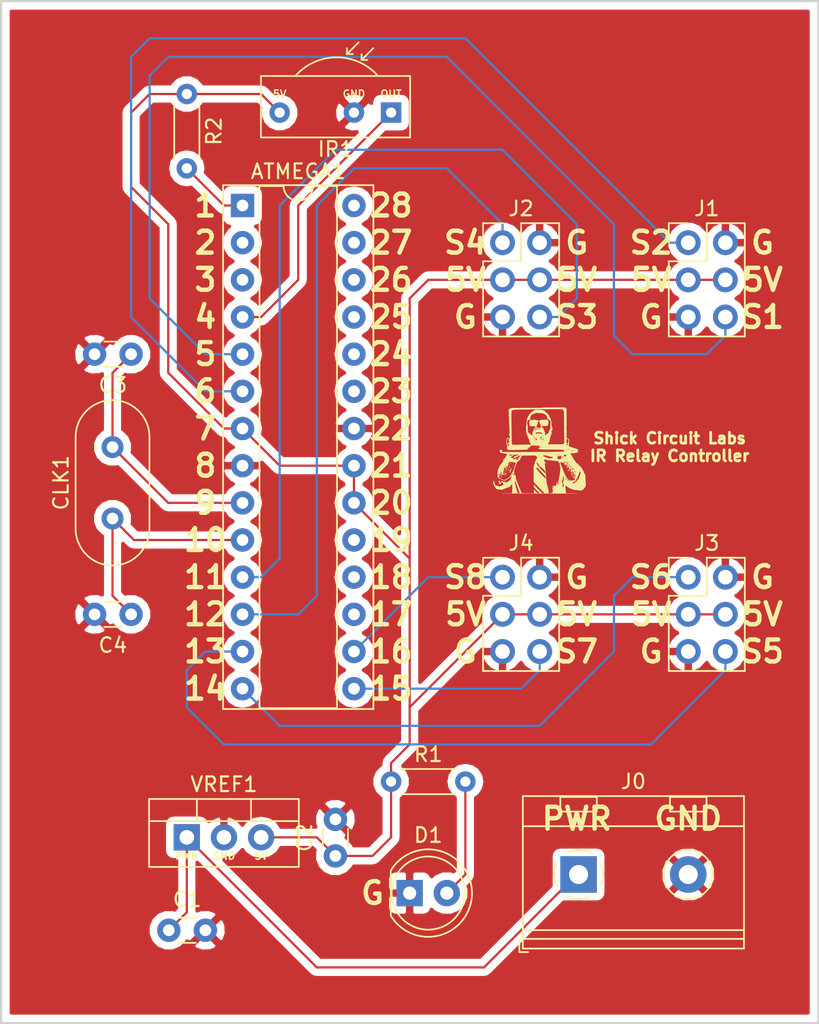
<source format=kicad_pcb>
(kicad_pcb (version 4) (host pcbnew 4.0.7)
  (layers (0 F.Cu signal) (31 B.Cu signal) (36 B.SilkS user hide) (37 F.SilkS user) (38 B.Mask user) (39 F.Mask user) (44 Edge.Cuts user))
  (net 0 "")
  (net 1 5V)
  (net 2 "Net-(ATMEGA1-Pad2)")
  (net 3 "Net-(ATMEGA1-Pad1)")
  (net 4 "Net-(ATMEGA1-Pad3)")
  (net 5 "Net-(ATMEGA1-Pad17)")
  (net 6 "Net-(ATMEGA1-Pad9)")
  (net 7 "Net-(ATMEGA1-Pad23)")
  (net 8 "Net-(ATMEGA1-Pad10)")
  (net 9 "Net-(ATMEGA1-Pad24)")
  (net 10 "Net-(ATMEGA1-Pad25)")
  (net 11 "Net-(ATMEGA1-Pad26)")
  (net 12 "Net-(ATMEGA1-Pad27)")
  (net 13 "Net-(ATMEGA1-Pad28)")
  (net 14 "Net-(D1-Pad2)")
  (net 15 S1)
  (net 16 S7)
  (net 17 S8)
  (net 18 S2)
  (net 19 G)
  (net 20 S3)
  (net 21 S4)
  (net 22 S5)
  (net 23 S6)
  (net 24 PWR)
  (net 25 "Net-(ATMEGA1-Pad4)")
  (net 26 "Net-(ATMEGA1-Pad18)")
  (net 27 "Net-(ATMEGA1-Pad19)")
  (module custom-pin-header:Pin_Header_Straight_2x03_Pitch2.54mm (layer F.Cu) (at 110.49 90.17)
    (fp_text reference J3 (at 1.27 -2.33) (layer F.SilkS))
    (fp_text value Conn_02x03_Row_Letter_First)
    (pad a1 thru_hole circle (at 0 0) (size 1.7 1.7) (drill 1) (layers *.Cu *.Mask) (net 23 S6))
    (pad b1 thru_hole oval (at 2.54 0) (size 1.7 1.7) (drill 1) (layers *.Cu *.Mask) (net 19 G))
    (pad a2 thru_hole oval (at 0 2.54) (size 1.7 1.7) (drill 1) (layers *.Cu *.Mask) (net 1 5V))
    (pad b2 thru_hole oval (at 2.54 2.54) (size 1.7 1.7) (drill 1) (layers *.Cu *.Mask) (net 1 5V))
    (pad a3 thru_hole oval (at 0 5.08) (size 1.7 1.7) (drill 1) (layers *.Cu *.Mask) (net 19 G))
    (pad b3 thru_hole oval (at 2.54 5.08) (size 1.7 1.7) (drill 1) (layers *.Cu *.Mask) (net 22 S5))
  )
  (module Opto-Devices:IRReceiver_Vishay_CAST-3pin (layer F.Cu) (at 90.17 58.42 180)
    (fp_text reference IR1 (at 3.8 -2.5 180) (layer F.SilkS))
    (fp_text value TSOP343xx)
    (pad 1 thru_hole rect (at 0 0 180) (size 1.4 1.4) (drill 0.7) (layers *.Cu *.Mask) (net 25 "Net-(ATMEGA1-Pad4)"))
    (pad 2 thru_hole circle (at 2.54 0 180) (size 1.4 1.4) (drill 0.7) (layers *.Cu *.Mask) (net 19 G))
    (pad 3 thru_hole circle (at 7.62 0 180) (size 1.4 1.4) (drill 0.7) (layers *.Cu *.Mask) (net 1 5V))
  )
  (module Capacitors_THT:C_Disc_D3.0mm_W1.6mm_P2.50mm (layer F.Cu) (at 74.97 114.3)
    (fp_text reference C1 (at 1.25 -2.11) (layer F.SilkS))
    (fp_text value 10u)
    (pad 1 thru_hole circle (at 0 0) (size 1.6 1.6) (drill 0.8) (layers *.Cu *.Mask) (net 24 PWR))
    (pad 2 thru_hole circle (at 2.5 0) (size 1.6 1.6) (drill 0.8) (layers *.Cu *.Mask) (net 19 G))
  )
  (module Capacitors_THT:C_Disc_D3.0mm_W1.6mm_P2.50mm (layer F.Cu) (at 86.36 109.22 90)
    (fp_text reference C2 (at 1.25 -2.11 90) (layer F.SilkS))
    (fp_text value 10u)
    (pad 1 thru_hole circle (at 0 0 90) (size 1.6 1.6) (drill 0.8) (layers *.Cu *.Mask) (net 1 5V))
    (pad 2 thru_hole circle (at 2.5 0 90) (size 1.6 1.6) (drill 0.8) (layers *.Cu *.Mask) (net 19 G))
  )
  (module Capacitors_THT:C_Disc_D3.0mm_W1.6mm_P2.50mm (layer F.Cu) (at 72.39 74.93 180)
    (fp_text reference C3 (at 1.25 -2.11 180) (layer F.SilkS))
    (fp_text value 22p)
    (pad 1 thru_hole circle (at 0 0 180) (size 1.6 1.6) (drill 0.8) (layers *.Cu *.Mask) (net 6 "Net-(ATMEGA1-Pad9)"))
    (pad 2 thru_hole circle (at 2.5 0 180) (size 1.6 1.6) (drill 0.8) (layers *.Cu *.Mask) (net 19 G))
  )
  (module Capacitors_THT:C_Disc_D3.0mm_W1.6mm_P2.50mm (layer F.Cu) (at 72.39 92.71 180)
    (fp_text reference C4 (at 1.25 -2.11 180) (layer F.SilkS))
    (fp_text value 22p)
    (pad 1 thru_hole circle (at 0 0 180) (size 1.6 1.6) (drill 0.8) (layers *.Cu *.Mask) (net 8 "Net-(ATMEGA1-Pad10)"))
    (pad 2 thru_hole circle (at 2.5 0 180) (size 1.6 1.6) (drill 0.8) (layers *.Cu *.Mask) (net 19 G))
  )
  (module Crystals:Crystal_HC49-U_Vertical (layer F.Cu) (at 71.12 86.16 90)
    (fp_text reference CLK1 (at 2.44 -3.525 90) (layer F.SilkS))
    (fp_text value 16Mhz)
    (pad 1 thru_hole circle (at 0 0 90) (size 1.5 1.5) (drill 0.8) (layers *.Cu *.Mask) (net 8 "Net-(ATMEGA1-Pad10)"))
    (pad 2 thru_hole circle (at 4.88 0 90) (size 1.5 1.5) (drill 0.8) (layers *.Cu *.Mask) (net 6 "Net-(ATMEGA1-Pad9)"))
  )
  (module LEDs:LED_D5.0mm (layer F.Cu) (at 91.44 111.76)
    (fp_text reference D1 (at 1.27 -3.96) (layer F.SilkS))
    (fp_text value LED)
    (pad 1 thru_hole rect (at 0 0) (size 1.8 1.8) (drill 0.9) (layers *.Cu *.Mask) (net 19 G))
    (pad 2 thru_hole circle (at 2.54 0) (size 1.8 1.8) (drill 0.9) (layers *.Cu *.Mask) (net 14 "Net-(D1-Pad2)"))
  )
  (module Resistors_THT:R_Axial_DIN0204_L3.6mm_D1.6mm_P5.08mm_Horizontal (layer F.Cu) (at 90.17 104.14)
    (fp_text reference R1 (at 2.54 -1.86) (layer F.SilkS))
    (fp_text value 220)
    (pad 1 thru_hole circle (at 0 0) (size 1.4 1.4) (drill 0.7) (layers *.Cu *.Mask) (net 1 5V))
    (pad 2 thru_hole oval (at 5.08 0) (size 1.4 1.4) (drill 0.7) (layers *.Cu *.Mask) (net 14 "Net-(D1-Pad2)"))
  )
  (module Resistors_THT:R_Axial_DIN0204_L3.6mm_D1.6mm_P5.08mm_Horizontal (layer F.Cu) (at 76.2 57.15 270)
    (fp_text reference R2 (at 2.54 -1.86 270) (layer F.SilkS))
    (fp_text value 10k)
    (pad 1 thru_hole circle (at 0 0 270) (size 1.4 1.4) (drill 0.7) (layers *.Cu *.Mask) (net 1 5V))
    (pad 2 thru_hole oval (at 5.08 0 270) (size 1.4 1.4) (drill 0.7) (layers *.Cu *.Mask) (net 3 "Net-(ATMEGA1-Pad1)"))
  )
  (module TO_SOT_Packages_THT:TO-220-3_Vertical (layer F.Cu) (at 76.2 107.95)
    (fp_text reference VREF1 (at 2.54 -3.62) (layer F.SilkS))
    (fp_text value L7805)
    (pad 1 thru_hole rect (at 0 0) (size 1.8 1.8) (drill 1) (layers *.Cu *.Mask) (net 24 PWR))
    (pad 2 thru_hole oval (at 2.54 0) (size 1.8 1.8) (drill 1) (layers *.Cu *.Mask) (net 19 G))
    (pad 3 thru_hole oval (at 5.08 0) (size 1.8 1.8) (drill 1) (layers *.Cu *.Mask) (net 1 5V))
  )
  (module TerminalBlock_RND:TerminalBlock_RND_205-00067_1x02_P7.50mm_Horizontal (layer F.Cu) (at 102.99 110.49)
    (fp_text reference J0 (at 3.75 -6.36) (layer F.SilkS))
    (fp_text value Screw_Terminal_01x02)
    (pad 1 thru_hole rect (at 0 0) (size 2.5 2.5) (drill 1.3) (layers *.Cu *.Mask) (net 24 PWR))
    (pad 2 thru_hole circle (at 7.5 0) (size 2.5 2.5) (drill 1.3) (layers *.Cu *.Mask) (net 19 G))
  )
  (module custom-pin-header:Pin_Header_Straight_2x03_Pitch2.54mm (layer F.Cu) (at 110.49 67.31)
    (fp_text reference J1 (at 1.27 -2.33) (layer F.SilkS))
    (fp_text value Conn_02x03_Row_Letter_First)
    (pad a1 thru_hole circle (at 0 0) (size 1.7 1.7) (drill 1) (layers *.Cu *.Mask) (net 18 S2))
    (pad b1 thru_hole oval (at 2.54 0) (size 1.7 1.7) (drill 1) (layers *.Cu *.Mask) (net 19 G))
    (pad a2 thru_hole oval (at 0 2.54) (size 1.7 1.7) (drill 1) (layers *.Cu *.Mask) (net 1 5V))
    (pad b2 thru_hole oval (at 2.54 2.54) (size 1.7 1.7) (drill 1) (layers *.Cu *.Mask) (net 1 5V))
    (pad a3 thru_hole oval (at 0 5.08) (size 1.7 1.7) (drill 1) (layers *.Cu *.Mask) (net 19 G))
    (pad b3 thru_hole oval (at 2.54 5.08) (size 1.7 1.7) (drill 1) (layers *.Cu *.Mask) (net 15 S1))
  )
  (module custom-pin-header:Pin_Header_Straight_2x03_Pitch2.54mm (layer F.Cu) (at 97.79 67.31)
    (fp_text reference J2 (at 1.27 -2.33) (layer F.SilkS))
    (fp_text value Conn_02x03_Row_Letter_First)
    (pad a1 thru_hole circle (at 0 0) (size 1.7 1.7) (drill 1) (layers *.Cu *.Mask) (net 21 S4))
    (pad b1 thru_hole oval (at 2.54 0) (size 1.7 1.7) (drill 1) (layers *.Cu *.Mask) (net 19 G))
    (pad a2 thru_hole oval (at 0 2.54) (size 1.7 1.7) (drill 1) (layers *.Cu *.Mask) (net 1 5V))
    (pad b2 thru_hole oval (at 2.54 2.54) (size 1.7 1.7) (drill 1) (layers *.Cu *.Mask) (net 1 5V))
    (pad a3 thru_hole oval (at 0 5.08) (size 1.7 1.7) (drill 1) (layers *.Cu *.Mask) (net 19 G))
    (pad b3 thru_hole oval (at 2.54 5.08) (size 1.7 1.7) (drill 1) (layers *.Cu *.Mask) (net 20 S3))
  )
  (module custom-pin-header:Pin_Header_Straight_2x03_Pitch2.54mm (layer F.Cu) (at 97.79 90.17)
    (fp_text reference J4 (at 1.27 -2.33) (layer F.SilkS))
    (fp_text value Conn_02x03_Row_Letter_First)
    (pad a1 thru_hole circle (at 0 0) (size 1.7 1.7) (drill 1) (layers *.Cu *.Mask) (net 17 S8))
    (pad b1 thru_hole oval (at 2.54 0) (size 1.7 1.7) (drill 1) (layers *.Cu *.Mask) (net 19 G))
    (pad a2 thru_hole oval (at 0 2.54) (size 1.7 1.7) (drill 1) (layers *.Cu *.Mask) (net 1 5V))
    (pad b2 thru_hole oval (at 2.54 2.54) (size 1.7 1.7) (drill 1) (layers *.Cu *.Mask) (net 1 5V))
    (pad a3 thru_hole oval (at 0 5.08) (size 1.7 1.7) (drill 1) (layers *.Cu *.Mask) (net 19 G))
    (pad b3 thru_hole oval (at 2.54 5.08) (size 1.7 1.7) (drill 1) (layers *.Cu *.Mask) (net 16 S7))
  )
  (module pictures:faceneg (layer F.Cu) (at 100.33 81.28)
    (fp_text reference G*** hide)
    (fp_text value LOGO hide)
  )
  (module Housings_DIP:DIP-28_W7.62mm_Socket (layer F.Cu) (at 80.01 64.77)
    (fp_text reference ATMEGA1 (at 3.81 -2.33) (layer F.SilkS))
    (fp_text value ATMEGA328P-PU)
    (pad 1 thru_hole rect (at 0 0) (size 1.6 1.6) (drill 0.8) (layers *.Cu *.Mask) (net 3 "Net-(ATMEGA1-Pad1)"))
    (pad 15 thru_hole oval (at 7.62 33.02) (size 1.6 1.6) (drill 0.8) (layers *.Cu *.Mask) (net 16 S7))
    (pad 2 thru_hole oval (at 0 2.54) (size 1.6 1.6) (drill 0.8) (layers *.Cu *.Mask) (net 2 "Net-(ATMEGA1-Pad2)"))
    (pad 16 thru_hole oval (at 7.62 30.48) (size 1.6 1.6) (drill 0.8) (layers *.Cu *.Mask) (net 17 S8))
    (pad 3 thru_hole oval (at 0 5.08) (size 1.6 1.6) (drill 0.8) (layers *.Cu *.Mask) (net 4 "Net-(ATMEGA1-Pad3)"))
    (pad 17 thru_hole oval (at 7.62 27.94) (size 1.6 1.6) (drill 0.8) (layers *.Cu *.Mask) (net 5 "Net-(ATMEGA1-Pad17)"))
    (pad 4 thru_hole oval (at 0 7.62) (size 1.6 1.6) (drill 0.8) (layers *.Cu *.Mask) (net 25 "Net-(ATMEGA1-Pad4)"))
    (pad 18 thru_hole oval (at 7.62 25.4) (size 1.6 1.6) (drill 0.8) (layers *.Cu *.Mask) (net 26 "Net-(ATMEGA1-Pad18)"))
    (pad 5 thru_hole oval (at 0 10.16) (size 1.6 1.6) (drill 0.8) (layers *.Cu *.Mask) (net 15 S1))
    (pad 19 thru_hole oval (at 7.62 22.86) (size 1.6 1.6) (drill 0.8) (layers *.Cu *.Mask) (net 27 "Net-(ATMEGA1-Pad19)"))
    (pad 6 thru_hole oval (at 0 12.7) (size 1.6 1.6) (drill 0.8) (layers *.Cu *.Mask) (net 18 S2))
    (pad 20 thru_hole oval (at 7.62 20.32) (size 1.6 1.6) (drill 0.8) (layers *.Cu *.Mask) (net 1 5V))
    (pad 7 thru_hole oval (at 0 15.24) (size 1.6 1.6) (drill 0.8) (layers *.Cu *.Mask) (net 1 5V))
    (pad 21 thru_hole oval (at 7.62 17.78) (size 1.6 1.6) (drill 0.8) (layers *.Cu *.Mask) (net 1 5V))
    (pad 8 thru_hole oval (at 0 17.78) (size 1.6 1.6) (drill 0.8) (layers *.Cu *.Mask) (net 19 G))
    (pad 22 thru_hole oval (at 7.62 15.24) (size 1.6 1.6) (drill 0.8) (layers *.Cu *.Mask) (net 19 G))
    (pad 9 thru_hole oval (at 0 20.32) (size 1.6 1.6) (drill 0.8) (layers *.Cu *.Mask) (net 6 "Net-(ATMEGA1-Pad9)"))
    (pad 23 thru_hole oval (at 7.62 12.7) (size 1.6 1.6) (drill 0.8) (layers *.Cu *.Mask) (net 7 "Net-(ATMEGA1-Pad23)"))
    (pad 10 thru_hole oval (at 0 22.86) (size 1.6 1.6) (drill 0.8) (layers *.Cu *.Mask) (net 8 "Net-(ATMEGA1-Pad10)"))
    (pad 24 thru_hole oval (at 7.62 10.16) (size 1.6 1.6) (drill 0.8) (layers *.Cu *.Mask) (net 9 "Net-(ATMEGA1-Pad24)"))
    (pad 11 thru_hole oval (at 0 25.4) (size 1.6 1.6) (drill 0.8) (layers *.Cu *.Mask) (net 20 S3))
    (pad 25 thru_hole oval (at 7.62 7.62) (size 1.6 1.6) (drill 0.8) (layers *.Cu *.Mask) (net 10 "Net-(ATMEGA1-Pad25)"))
    (pad 12 thru_hole oval (at 0 27.94) (size 1.6 1.6) (drill 0.8) (layers *.Cu *.Mask) (net 21 S4))
    (pad 26 thru_hole oval (at 7.62 5.08) (size 1.6 1.6) (drill 0.8) (layers *.Cu *.Mask) (net 11 "Net-(ATMEGA1-Pad26)"))
    (pad 13 thru_hole oval (at 0 30.48) (size 1.6 1.6) (drill 0.8) (layers *.Cu *.Mask) (net 22 S5))
    (pad 27 thru_hole oval (at 7.62 2.54) (size 1.6 1.6) (drill 0.8) (layers *.Cu *.Mask) (net 12 "Net-(ATMEGA1-Pad27)"))
    (pad 14 thru_hole oval (at 0 33.02) (size 1.6 1.6) (drill 0.8) (layers *.Cu *.Mask) (net 23 S6))
    (pad 28 thru_hole oval (at 7.62 0) (size 1.6 1.6) (drill 0.8) (layers *.Cu *.Mask) (net 13 "Net-(ATMEGA1-Pad28)"))
  )
  (gr_line (start 64.77 50.8) (end 63.5 50.8) (angle 90) (layer Edge.Cuts) (width 0.15))
  (gr_line (start 119.38 50.8) (end 64.77 50.8) (angle 90) (layer Edge.Cuts) (width 0.15))
  (gr_line (start 119.38 120.65) (end 119.38 50.8) (angle 90) (layer Edge.Cuts) (width 0.15))
  (gr_line (start 63.5 120.65) (end 119.38 120.65) (angle 90) (layer Edge.Cuts) (width 0.15))
  (gr_line (start 63.5 50.8) (end 63.5 120.65) (angle 90) (layer Edge.Cuts) (width 0.15))
  (gr_text "Shick Circuit Labs\nIR Relay Controller" (at 109.22 81.28) (layer F.SilkS) (effects (font (size 0.75 0.75) (thickness 0.1875))))
  (gr_text 5V (at 81.28 109.22) (layer F.SilkS) (effects (font (size 0.5 0.5) (thickness 0.1))))
  (gr_text PWR (at 76.2 109.22) (layer F.SilkS) (effects (font (size 0.5 0.5) (thickness 0.1))))
  (gr_text GND (at 78.74 109.22) (layer F.SilkS) (effects (font (size 0.5 0.5) (thickness 0.1))))
  (gr_text G (at 88.9 111.76) (layer F.SilkS) (effects (font (size 1.5 1.5) (thickness 0.3))))
  (gr_text GND (at 110.49 106.68) (layer F.SilkS) (effects (font (size 1.5 1.5) (thickness 0.3))))
  (gr_text "" (at 109.22 107.95) (layer F.SilkS) (effects (font (size 1.5 1.5) (thickness 0.3))))
  (gr_text PWR (at 102.87 106.68) (layer F.SilkS) (effects (font (size 1.5 1.5) (thickness 0.3))))
  (gr_text OUT (at 90.17 57.15) (layer F.SilkS) (effects (font (size 0.5 0.5) (thickness 0.1))))
  (gr_text 5V (at 82.55 57.15) (layer F.SilkS) (effects (font (size 0.5 0.5) (thickness 0.1))))
  (gr_text GND (at 87.63 57.15) (layer F.SilkS) (effects (font (size 0.5 0.5) (thickness 0.1))))
  (gr_text "\n" (at 69.85 90.17) (layer F.SilkS) (effects (font (size 1.5 1.5) (thickness 0.3))))
  (gr_text "" (at 67.31 92.71) (layer F.SilkS) (effects (font (size 1.5 1.5) (thickness 0.3))))
  (gr_text G (at 115.57 67.31) (layer F.SilkS) (effects (font (size 1.5 1.5) (thickness 0.3))))
  (gr_text "" (at 102.87 67.31) (layer F.SilkS) (effects (font (size 1.5 1.5) (thickness 0.3))))
  (gr_text G (at 102.87 67.31) (layer F.SilkS) (effects (font (size 1.5 1.5) (thickness 0.3))))
  (gr_text G (at 95.25 72.39) (layer F.SilkS) (effects (font (size 1.5 1.5) (thickness 0.3))))
  (gr_text G (at 107.95 72.39) (layer F.SilkS) (effects (font (size 1.5 1.5) (thickness 0.3))))
  (gr_text G (at 115.57 90.17) (layer F.SilkS) (effects (font (size 1.5 1.5) (thickness 0.3))))
  (gr_text "" (at 107.95 95.25) (layer F.SilkS) (effects (font (size 1.5 1.5) (thickness 0.3))))
  (gr_text G (at 107.95 95.25) (layer F.SilkS) (effects (font (size 1.5 1.5) (thickness 0.3))))
  (gr_text "" (at 95.25 95.25) (layer F.SilkS) (effects (font (size 1.5 1.5) (thickness 0.3))))
  (gr_text G (at 95.25 95.25) (layer F.SilkS) (effects (font (size 1.5 1.5) (thickness 0.3))))
  (gr_text "" (at 102.87 90.17) (layer F.SilkS) (effects (font (size 1.5 1.5) (thickness 0.3))))
  (gr_text G (at 102.87 90.17) (layer F.SilkS) (effects (font (size 1.5 1.5) (thickness 0.3))))
  (gr_text S8 (at 95.25 90.17) (layer F.SilkS) (effects (font (size 1.5 1.5) (thickness 0.3))))
  (gr_text S7 (at 102.87 95.25) (layer F.SilkS) (effects (font (size 1.5 1.5) (thickness 0.3))))
  (gr_text "" (at 107.95 90.17) (layer F.SilkS) (effects (font (size 1.5 1.5) (thickness 0.3))))
  (gr_text S6 (at 107.95 90.17) (layer F.SilkS) (effects (font (size 1.5 1.5) (thickness 0.3))))
  (gr_text S5 (at 115.57 95.25) (layer F.SilkS) (effects (font (size 1.5 1.5) (thickness 0.3))))
  (gr_text 5V (at 95.25 92.71) (layer F.SilkS) (effects (font (size 1.5 1.5) (thickness 0.3))))
  (gr_text 5V (at 102.87 92.71) (layer F.SilkS) (effects (font (size 1.5 1.5) (thickness 0.3))))
  (gr_text 5V (at 107.95 69.85) (layer F.SilkS) (effects (font (size 1.5 1.5) (thickness 0.3))))
  (gr_text 5V (at 107.95 92.71) (layer F.SilkS) (effects (font (size 1.5 1.5) (thickness 0.3))))
  (gr_text "" (at 115.57 92.71) (layer F.SilkS) (effects (font (size 1.5 1.5) (thickness 0.3))))
  (gr_text 5V (at 115.57 92.71) (layer F.SilkS) (effects (font (size 1.5 1.5) (thickness 0.3))))
  (gr_text 5V (at 115.57 69.85) (layer F.SilkS) (effects (font (size 1.5 1.5) (thickness 0.3))))
  (gr_text 5V (at 107.95 69.85) (layer F.SilkS) (effects (font (size 1.5 1.5) (thickness 0.3))))
  (gr_text 5V (at 95.25 69.85) (layer F.SilkS) (effects (font (size 1.5 1.5) (thickness 0.3))))
  (gr_text 5V (at 102.87 69.85) (layer F.SilkS) (effects (font (size 1.5 1.5) (thickness 0.3))))
  (gr_text S4 (at 95.25 67.31) (layer F.SilkS) (effects (font (size 1.5 1.5) (thickness 0.3))))
  (gr_text S3 (at 102.87 72.39) (layer F.SilkS) (effects (font (size 1.5 1.5) (thickness 0.3))))
  (gr_text S2 (at 107.95 67.31) (layer F.SilkS) (effects (font (size 1.5 1.5) (thickness 0.3))))
  (gr_text S1 (at 115.57 72.39) (layer F.SilkS) (effects (font (size 1.5 1.5) (thickness 0.3))))
  (gr_text 28 (at 90.17 64.77) (layer F.SilkS) (effects (font (size 1.5 1.5) (thickness 0.3))))
  (gr_text 27 (at 90.17 67.31) (layer F.SilkS) (effects (font (size 1.5 1.5) (thickness 0.3))))
  (gr_text 26 (at 90.17 69.85) (layer F.SilkS) (effects (font (size 1.5 1.5) (thickness 0.3))))
  (gr_text 25 (at 90.17 72.39) (layer F.SilkS) (effects (font (size 1.5 1.5) (thickness 0.3))))
  (gr_text 24 (at 90.17 74.93) (layer F.SilkS) (effects (font (size 1.5 1.5) (thickness 0.3))))
  (gr_text 23 (at 90.17 77.47) (layer F.SilkS) (effects (font (size 1.5 1.5) (thickness 0.3))))
  (gr_text 22 (at 90.17 80.01) (layer F.SilkS) (effects (font (size 1.5 1.5) (thickness 0.3))))
  (gr_text 21 (at 90.17 82.55) (layer F.SilkS) (effects (font (size 1.5 1.5) (thickness 0.3))))
  (gr_text 20 (at 90.17 85.09) (layer F.SilkS) (effects (font (size 1.5 1.5) (thickness 0.3))))
  (gr_text 19 (at 90.17 87.63) (layer F.SilkS) (effects (font (size 1.5 1.5) (thickness 0.3))))
  (gr_text 18 (at 90.17 90.17) (layer F.SilkS) (effects (font (size 1.5 1.5) (thickness 0.3))))
  (gr_text 17 (at 90.17 92.71) (layer F.SilkS) (effects (font (size 1.5 1.5) (thickness 0.3))))
  (gr_text 16 (at 90.17 95.25) (layer F.SilkS) (effects (font (size 1.5 1.5) (thickness 0.3))))
  (gr_text 15 (at 90.17 97.79) (layer F.SilkS) (effects (font (size 1.5 1.5) (thickness 0.3))))
  (gr_text 14 (at 77.47 97.79) (layer F.SilkS) (effects (font (size 1.5 1.5) (thickness 0.3))))
  (gr_text 13 (at 77.47 95.25) (layer F.SilkS) (effects (font (size 1.5 1.5) (thickness 0.3))))
  (gr_text 12 (at 77.47 92.71) (layer F.SilkS) (effects (font (size 1.5 1.5) (thickness 0.3))))
  (gr_text 11 (at 77.47 90.17) (layer F.SilkS) (effects (font (size 1.5 1.5) (thickness 0.3))))
  (gr_text 10 (at 77.47 87.63) (layer F.SilkS) (effects (font (size 1.5 1.5) (thickness 0.3))))
  (gr_text 9 (at 77.47 85.09) (layer F.SilkS) (effects (font (size 1.5 1.5) (thickness 0.3))))
  (gr_text 8 (at 77.47 82.55) (layer F.SilkS) (effects (font (size 1.5 1.5) (thickness 0.3))))
  (gr_text 7 (at 77.47 80.01) (layer F.SilkS) (effects (font (size 1.5 1.5) (thickness 0.3))))
  (gr_text 6 (at 77.47 77.47) (layer F.SilkS) (effects (font (size 1.5 1.5) (thickness 0.3))))
  (gr_text 5 (at 77.47 74.93) (layer F.SilkS) (effects (font (size 1.5 1.5) (thickness 0.3))))
  (gr_text 4 (at 77.47 72.39) (layer F.SilkS) (effects (font (size 1.5 1.5) (thickness 0.3))))
  (gr_text 3 (at 77.47 69.85) (layer F.SilkS) (effects (font (size 1.5 1.5) (thickness 0.3))))
  (gr_text 2 (at 77.47 67.31) (layer F.SilkS) (effects (font (size 1.5 1.5) (thickness 0.3))))
  (gr_text 1 (at 77.47 64.77) (layer F.SilkS) (effects (font (size 1.5 1.5) (thickness 0.3))))
  (segment (start 91.44 101.6) (end 91.44 99.06) (width 0.1524) (layer F.Cu) (net 1))
  (segment (start 90.17 102.87) (end 91.44 101.6) (width 0.1524) (layer F.Cu) (net 1))
  (segment (start 90.17 104.14) (end 90.17 102.87) (width 0.1524) (layer F.Cu) (net 1))
  (segment (start 80.01 80.01) (end 78.74 80.01) (width 0.1524) (layer F.Cu) (net 1))
  (segment (start 73.66 57.15) (end 76.2 57.15) (width 0.1524) (layer F.Cu) (net 1))
  (segment (start 72.39 58.42) (end 73.66 57.15) (width 0.1524) (layer F.Cu) (net 1))
  (segment (start 72.39 63.5) (end 72.39 58.42) (width 0.1524) (layer F.Cu) (net 1))
  (segment (start 74.93 66.04) (end 72.39 63.5) (width 0.1524) (layer F.Cu) (net 1))
  (segment (start 74.93 76.2) (end 74.93 66.04) (width 0.1524) (layer F.Cu) (net 1))
  (segment (start 78.74 80.01) (end 74.93 76.2) (width 0.1524) (layer F.Cu) (net 1))
  (segment (start 76.2 57.15) (end 81.28 57.15) (width 0.1524) (layer F.Cu) (net 1))
  (segment (start 81.28 57.15) (end 82.55 58.42) (width 0.1524) (layer F.Cu) (net 1))
  (segment (start 87.63 82.55) (end 82.55 82.55) (width 0.1524) (layer F.Cu) (net 1))
  (segment (start 82.55 82.55) (end 80.01 80.01) (width 0.1524) (layer F.Cu) (net 1))
  (segment (start 97.79 69.85) (end 92.71 69.85) (width 0.1524) (layer F.Cu) (net 1))
  (segment (start 91.44 71.12) (end 91.44 88.9) (width 0.1524) (layer F.Cu) (net 1))
  (segment (start 92.71 69.85) (end 91.44 71.12) (width 0.1524) (layer F.Cu) (net 1))
  (segment (start 91.44 99.06) (end 91.44 88.9) (width 0.1524) (layer F.Cu) (net 1))
  (segment (start 91.44 88.9) (end 87.63 85.09) (width 0.1524) (layer F.Cu) (net 1))
  (segment (start 87.63 85.09) (end 87.63 82.55) (width 0.1524) (layer F.Cu) (net 1))
  (segment (start 91.44 99.06) (end 97.79 92.71) (width 0.1524) (layer F.Cu) (net 1))
  (segment (start 86.36 109.22) (end 88.9 109.22) (width 0.1524) (layer F.Cu) (net 1))
  (segment (start 90.17 107.95) (end 90.17 104.14) (width 0.1524) (layer F.Cu) (net 1))
  (segment (start 88.9 109.22) (end 90.17 107.95) (width 0.1524) (layer F.Cu) (net 1))
  (segment (start 81.28 107.95) (end 85.09 107.95) (width 0.1524) (layer F.Cu) (net 1))
  (segment (start 85.09 107.95) (end 86.36 109.22) (width 0.1524) (layer F.Cu) (net 1))
  (segment (start 113.03 92.71) (end 110.49 92.71) (width 0.1524) (layer F.Cu) (net 1))
  (segment (start 110.49 92.71) (end 100.33 92.71) (width 0.1524) (layer F.Cu) (net 1))
  (segment (start 100.33 92.71) (end 97.79 92.71) (width 0.1524) (layer F.Cu) (net 1))
  (segment (start 113.03 69.85) (end 110.49 69.85) (width 0.1524) (layer F.Cu) (net 1))
  (segment (start 110.49 69.85) (end 100.33 69.85) (width 0.1524) (layer F.Cu) (net 1))
  (segment (start 100.33 69.85) (end 97.79 69.85) (width 0.1524) (layer F.Cu) (net 1))
  (segment (start 80.01 64.77) (end 78.74 64.77) (width 0.1524) (layer F.Cu) (net 3))
  (segment (start 78.74 64.77) (end 76.2 62.23) (width 0.1524) (layer F.Cu) (net 3))
  (segment (start 80.01 85.09) (end 74.93 85.09) (width 0.1524) (layer F.Cu) (net 6))
  (segment (start 74.93 85.09) (end 71.12 81.28) (width 0.1524) (layer F.Cu) (net 6))
  (segment (start 71.12 81.28) (end 71.12 76.2) (width 0.1524) (layer F.Cu) (net 6))
  (segment (start 71.12 76.2) (end 72.39 74.93) (width 0.1524) (layer F.Cu) (net 6))
  (segment (start 80.01 87.63) (end 72.59 87.63) (width 0.1524) (layer F.Cu) (net 8))
  (segment (start 72.59 87.63) (end 71.12 86.16) (width 0.1524) (layer F.Cu) (net 8))
  (segment (start 71.12 86.16) (end 71.12 91.44) (width 0.1524) (layer F.Cu) (net 8))
  (segment (start 71.12 91.44) (end 72.39 92.71) (width 0.1524) (layer F.Cu) (net 8))
  (segment (start 95.25 104.14) (end 95.25 110.49) (width 0.1524) (layer F.Cu) (net 14))
  (segment (start 95.25 110.49) (end 93.98 111.76) (width 0.1524) (layer F.Cu) (net 14))
  (segment (start 113.03 72.39) (end 113.03 73.66) (width 0.1524) (layer B.Cu) (net 15))
  (segment (start 77.47 74.93) (end 80.01 74.93) (width 0.1524) (layer B.Cu) (net 15))
  (segment (start 73.66 71.12) (end 77.47 74.93) (width 0.1524) (layer B.Cu) (net 15))
  (segment (start 73.66 55.88) (end 73.66 71.12) (width 0.1524) (layer B.Cu) (net 15))
  (segment (start 74.93 54.61) (end 73.66 55.88) (width 0.1524) (layer B.Cu) (net 15))
  (segment (start 93.98 54.61) (end 74.93 54.61) (width 0.1524) (layer B.Cu) (net 15))
  (segment (start 105.41 66.04) (end 93.98 54.61) (width 0.1524) (layer B.Cu) (net 15))
  (segment (start 105.41 73.66) (end 105.41 66.04) (width 0.1524) (layer B.Cu) (net 15))
  (segment (start 106.68 74.93) (end 105.41 73.66) (width 0.1524) (layer B.Cu) (net 15))
  (segment (start 111.76 74.93) (end 106.68 74.93) (width 0.1524) (layer B.Cu) (net 15))
  (segment (start 113.03 73.66) (end 111.76 74.93) (width 0.1524) (layer B.Cu) (net 15))
  (segment (start 100.33 95.25) (end 100.33 96.52) (width 0.1524) (layer B.Cu) (net 16))
  (segment (start 99.06 97.79) (end 87.63 97.79) (width 0.1524) (layer B.Cu) (net 16))
  (segment (start 100.33 96.52) (end 99.06 97.79) (width 0.1524) (layer B.Cu) (net 16))
  (segment (start 92.71 90.17) (end 87.63 95.25) (width 0.1524) (layer B.Cu) (net 17))
  (segment (start 97.79 90.17) (end 92.71 90.17) (width 0.1524) (layer B.Cu) (net 17))
  (segment (start 110.49 67.31) (end 109.22 67.31) (width 0.1524) (layer B.Cu) (net 18))
  (segment (start 77.47 77.47) (end 80.01 77.47) (width 0.1524) (layer B.Cu) (net 18))
  (segment (start 72.39 72.39) (end 77.47 77.47) (width 0.1524) (layer B.Cu) (net 18))
  (segment (start 72.39 54.61) (end 72.39 72.39) (width 0.1524) (layer B.Cu) (net 18))
  (segment (start 73.66 53.34) (end 72.39 54.61) (width 0.1524) (layer B.Cu) (net 18))
  (segment (start 95.25 53.34) (end 73.66 53.34) (width 0.1524) (layer B.Cu) (net 18))
  (segment (start 109.22 67.31) (end 95.25 53.34) (width 0.1524) (layer B.Cu) (net 18))
  (segment (start 100.33 72.39) (end 101.6 72.39) (width 0.1524) (layer B.Cu) (net 20))
  (segment (start 81.28 90.17) (end 80.01 90.17) (width 0.1524) (layer B.Cu) (net 20))
  (segment (start 82.55 88.9) (end 81.28 90.17) (width 0.1524) (layer B.Cu) (net 20))
  (segment (start 82.55 64.77) (end 82.55 88.9) (width 0.1524) (layer B.Cu) (net 20))
  (segment (start 86.36 60.96) (end 82.55 64.77) (width 0.1524) (layer B.Cu) (net 20))
  (segment (start 97.79 60.96) (end 86.36 60.96) (width 0.1524) (layer B.Cu) (net 20))
  (segment (start 102.87 66.04) (end 97.79 60.96) (width 0.1524) (layer B.Cu) (net 20))
  (segment (start 102.87 71.12) (end 102.87 66.04) (width 0.1524) (layer B.Cu) (net 20))
  (segment (start 101.6 72.39) (end 102.87 71.12) (width 0.1524) (layer B.Cu) (net 20))
  (segment (start 97.79 67.31) (end 97.79 66.04) (width 0.1524) (layer B.Cu) (net 21))
  (segment (start 83.82 92.71) (end 80.01 92.71) (width 0.1524) (layer B.Cu) (net 21))
  (segment (start 85.09 91.44) (end 83.82 92.71) (width 0.1524) (layer B.Cu) (net 21))
  (segment (start 85.09 64.77) (end 85.09 91.44) (width 0.1524) (layer B.Cu) (net 21))
  (segment (start 87.63 62.23) (end 85.09 64.77) (width 0.1524) (layer B.Cu) (net 21))
  (segment (start 93.98 62.23) (end 87.63 62.23) (width 0.1524) (layer B.Cu) (net 21))
  (segment (start 97.79 66.04) (end 93.98 62.23) (width 0.1524) (layer B.Cu) (net 21))
  (segment (start 113.03 95.25) (end 113.03 96.52) (width 0.1524) (layer B.Cu) (net 22))
  (segment (start 77.47 95.25) (end 80.01 95.25) (width 0.1524) (layer B.Cu) (net 22))
  (segment (start 76.2 96.52) (end 77.47 95.25) (width 0.1524) (layer B.Cu) (net 22))
  (segment (start 76.2 99.06) (end 76.2 96.52) (width 0.1524) (layer B.Cu) (net 22))
  (segment (start 78.74 101.6) (end 76.2 99.06) (width 0.1524) (layer B.Cu) (net 22))
  (segment (start 107.95 101.6) (end 78.74 101.6) (width 0.1524) (layer B.Cu) (net 22))
  (segment (start 113.03 96.52) (end 107.95 101.6) (width 0.1524) (layer B.Cu) (net 22))
  (segment (start 110.49 90.17) (end 106.68 90.17) (width 0.1524) (layer B.Cu) (net 23))
  (segment (start 82.55 100.33) (end 80.01 97.79) (width 0.1524) (layer B.Cu) (net 23))
  (segment (start 100.33 100.33) (end 82.55 100.33) (width 0.1524) (layer B.Cu) (net 23))
  (segment (start 105.41 95.25) (end 100.33 100.33) (width 0.1524) (layer B.Cu) (net 23))
  (segment (start 105.41 91.44) (end 105.41 95.25) (width 0.1524) (layer B.Cu) (net 23))
  (segment (start 106.68 90.17) (end 105.41 91.44) (width 0.1524) (layer B.Cu) (net 23))
  (segment (start 102.99 110.49) (end 102.87 110.49) (width 0.1524) (layer F.Cu) (net 24))
  (segment (start 102.87 110.49) (end 96.52 116.84) (width 0.1524) (layer F.Cu) (net 24))
  (segment (start 96.52 116.84) (end 85.09 116.84) (width 0.1524) (layer F.Cu) (net 24))
  (segment (start 85.09 116.84) (end 76.2 107.95) (width 0.1524) (layer F.Cu) (net 24))
  (segment (start 76.2 107.95) (end 76.2 113.07) (width 0.1524) (layer F.Cu) (net 24))
  (segment (start 76.2 113.07) (end 74.97 114.3) (width 0.1524) (layer F.Cu) (net 24))
  (segment (start 90.17 58.42) (end 83.82 64.77) (width 0.1524) (layer F.Cu) (net 25))
  (segment (start 81.28 72.39) (end 80.01 72.39) (width 0.1524) (layer F.Cu) (net 25))
  (segment (start 83.82 69.85) (end 81.28 72.39) (width 0.1524) (layer F.Cu) (net 25))
  (segment (start 83.82 64.77) (end 83.82 69.85) (width 0.1524) (layer F.Cu) (net 25))
  (zone (net 19) (net_name G) (layer F.Cu) (connect_pads (clearance 0.508)) (min_thickness 0.254) (fill yes (arc_segments 16) (thermal_gap 0.508) (thermal_bridge_width 0.508))
    (polygon (pts (xy 119.38 120.65) (xy 63.5 120.65) (xy 63.5 50.8) (xy 119.38 50.8)))
  )
)
</source>
